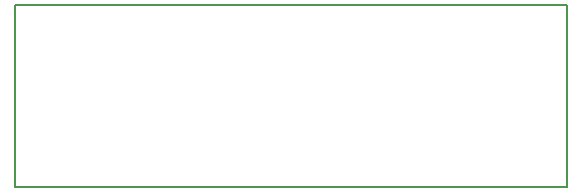
<source format=gbr>
G04 #@! TF.FileFunction,Profile,NP*
%FSLAX46Y46*%
G04 Gerber Fmt 4.6, Leading zero omitted, Abs format (unit mm)*
G04 Created by KiCad (PCBNEW 4.0.0-rc1-stable) date 09/11/2017 17:01:20*
%MOMM*%
G01*
G04 APERTURE LIST*
%ADD10C,0.100000*%
%ADD11C,0.150000*%
G04 APERTURE END LIST*
D10*
D11*
X142240000Y-96393000D02*
X142240000Y-111760000D01*
X188976000Y-111760000D02*
X142240000Y-111760000D01*
X188976000Y-96393000D02*
X188976000Y-111760000D01*
X188976000Y-111760000D02*
X142240000Y-111760000D01*
X142240000Y-96393000D02*
X188976000Y-96393000D01*
M02*

</source>
